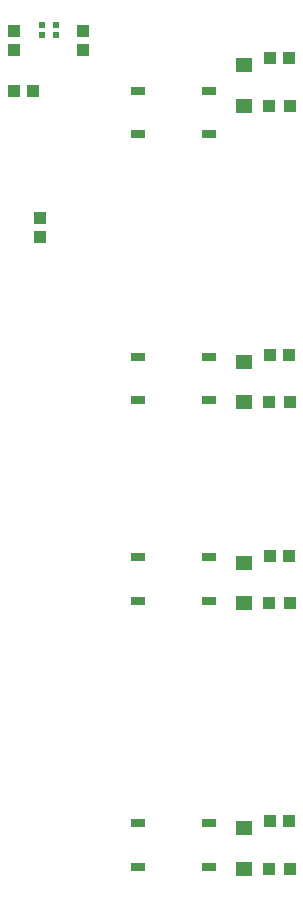
<source format=gtp>
G04 Layer: TopPasteMaskLayer*
G04 EasyEDA v6.3.43, 2020-06-01T13:25:17--4:00*
G04 027e7c98d4664958ba99b1e46bb510d5,7404d47bf86b4b15bb797b085195da26,10*
G04 Gerber Generator version 0.2*
G04 Scale: 100 percent, Rotated: No, Reflected: No *
G04 Dimensions in millimeters *
G04 leading zeros omitted , absolute positions ,3 integer and 3 decimal *
%FSLAX33Y33*%
%MOMM*%
G90*
G71D02*

%ADD13R,0.999998X1.099998*%
%ADD14R,1.099998X0.999998*%
%ADD15R,0.499999X0.550012*%
%ADD16R,1.399997X1.199998*%
%ADD17R,1.299997X0.699999*%

%LPD*%
G54D13*
G01X4100Y77800D03*
G01X2500Y77800D03*
G54D14*
G01X2500Y81299D03*
G01X2500Y82899D03*
G01X8400Y81299D03*
G01X8400Y82899D03*
G54D15*
G01X4900Y82549D03*
G01X4900Y83449D03*
G01X6100Y83449D03*
G01X6100Y82549D03*
G54D14*
G01X4700Y67100D03*
G01X4700Y65500D03*
G54D16*
G01X21999Y76600D03*
G01X21999Y79999D03*
G01X21999Y51500D03*
G01X21999Y54899D03*
G01X21999Y34500D03*
G01X21999Y37899D03*
G01X21999Y12000D03*
G01X21999Y15400D03*
G54D13*
G01X25899Y76600D03*
G01X24099Y76600D03*
G01X25899Y51500D03*
G01X24099Y51500D03*
G01X25899Y34500D03*
G01X24099Y34500D03*
G01X25899Y12000D03*
G01X24099Y12000D03*
G01X24199Y80600D03*
G01X25800Y80600D03*
G01X24199Y55500D03*
G01X25800Y55500D03*
G01X24199Y38500D03*
G01X25800Y38500D03*
G01X24199Y16000D03*
G01X25800Y16000D03*
G54D17*
G01X12999Y55350D03*
G01X18999Y55350D03*
G01X12999Y51649D03*
G01X18999Y51649D03*
G01X12999Y38350D03*
G01X18999Y38350D03*
G01X12999Y34649D03*
G01X18999Y34649D03*
G01X12999Y15850D03*
G01X18999Y15850D03*
G01X12999Y12149D03*
G01X18999Y12149D03*
G01X18999Y74150D03*
G01X12999Y74150D03*
G01X18999Y77850D03*
G01X12999Y77850D03*
M00*
M02*

</source>
